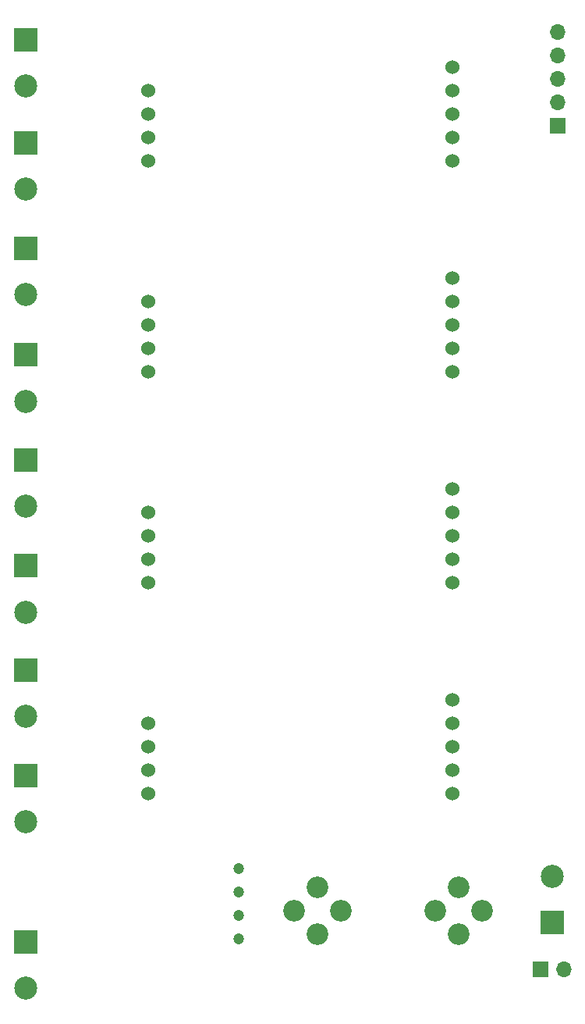
<source format=gbr>
G04 #@! TF.FileFunction,Copper,L1,Top,Signal*
%FSLAX46Y46*%
G04 Gerber Fmt 4.6, Leading zero omitted, Abs format (unit mm)*
G04 Created by KiCad (PCBNEW 4.0.6) date 04/25/17 15:32:40*
%MOMM*%
%LPD*%
G01*
G04 APERTURE LIST*
%ADD10C,0.100000*%
%ADD11R,1.700000X1.700000*%
%ADD12O,1.700000X1.700000*%
%ADD13C,2.350000*%
%ADD14C,1.200000*%
%ADD15C,1.524000*%
%ADD16R,2.500000X2.500000*%
%ADD17C,2.500000*%
G04 APERTURE END LIST*
D10*
D11*
X149860000Y-142240000D03*
D12*
X152400000Y-142240000D03*
D13*
X138430000Y-135890000D03*
X143510000Y-135890000D03*
X128190000Y-135890000D03*
X123110000Y-135890000D03*
X140970000Y-133350000D03*
X140970000Y-138430000D03*
X125650000Y-133350000D03*
X125650000Y-138430000D03*
D14*
X117144800Y-138938000D03*
X117144800Y-136398000D03*
X117144800Y-133858000D03*
X117144800Y-131318000D03*
D11*
X151765000Y-50800000D03*
D12*
X151765000Y-48260000D03*
X151765000Y-45720000D03*
X151765000Y-43180000D03*
X151765000Y-40640000D03*
D15*
X140335000Y-115570000D03*
X140335000Y-118110000D03*
X140335000Y-120650000D03*
X140335000Y-123190000D03*
X140335000Y-113030000D03*
X107315000Y-115570000D03*
X107315000Y-118110000D03*
X107315000Y-120650000D03*
X107315000Y-123190000D03*
X140335000Y-92710000D03*
X140335000Y-95250000D03*
X140335000Y-97790000D03*
X140335000Y-100330000D03*
X140335000Y-90170000D03*
X107315000Y-92710000D03*
X107315000Y-95250000D03*
X107315000Y-97790000D03*
X107315000Y-100330000D03*
X140335000Y-69850000D03*
X140335000Y-72390000D03*
X140335000Y-74930000D03*
X140335000Y-77470000D03*
X140335000Y-67310000D03*
X107315000Y-69850000D03*
X107315000Y-72390000D03*
X107315000Y-74930000D03*
X107315000Y-77470000D03*
X140335000Y-46990000D03*
X140335000Y-49530000D03*
X140335000Y-52070000D03*
X140335000Y-54610000D03*
X140335000Y-44450000D03*
X107315000Y-46990000D03*
X107315000Y-49530000D03*
X107315000Y-52070000D03*
X107315000Y-54610000D03*
D16*
X151130000Y-137160000D03*
D17*
X151130000Y-132160000D03*
D16*
X93980000Y-139272000D03*
D17*
X93980000Y-144272000D03*
D16*
X93980000Y-109808000D03*
D17*
X93980000Y-114808000D03*
D16*
X93980000Y-98505000D03*
D17*
X93980000Y-103505000D03*
D16*
X93980000Y-75645000D03*
D17*
X93980000Y-80645000D03*
D16*
X93980000Y-52658000D03*
D17*
X93980000Y-57658000D03*
D16*
X93980000Y-121238000D03*
D17*
X93980000Y-126238000D03*
D16*
X93980000Y-86995000D03*
D17*
X93980000Y-91995000D03*
D16*
X93980000Y-64088000D03*
D17*
X93980000Y-69088000D03*
D16*
X93980000Y-41482000D03*
D17*
X93980000Y-46482000D03*
M02*

</source>
